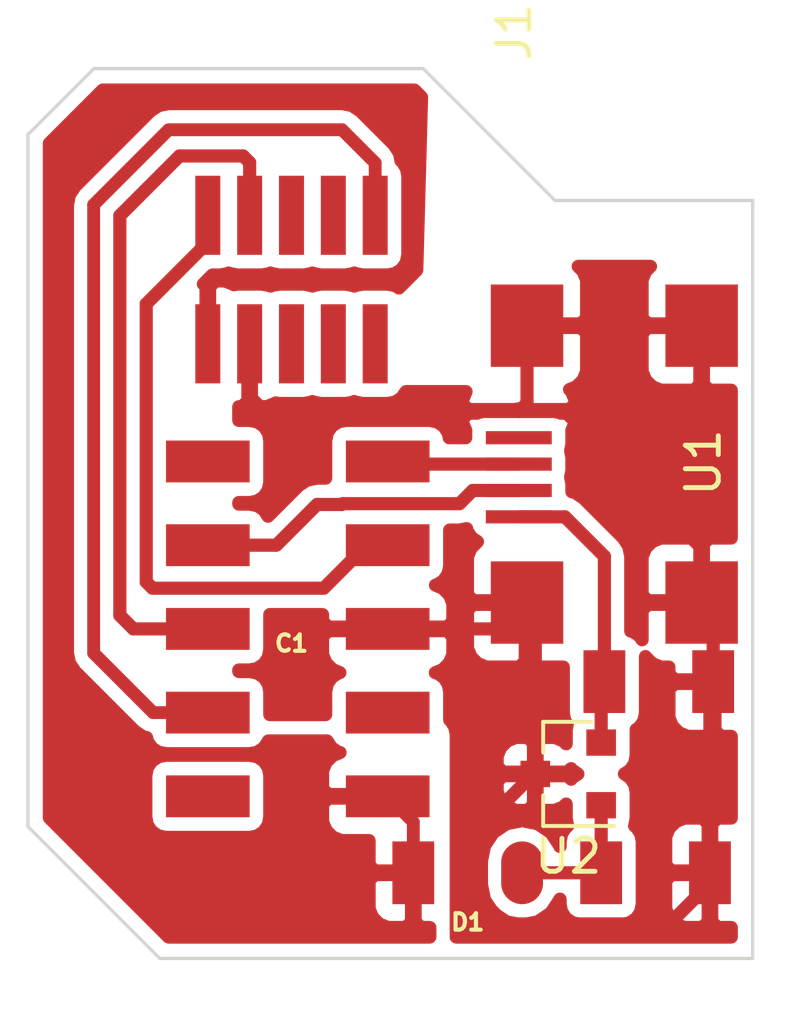
<source format=kicad_pcb>
(kicad_pcb (version 4) (host pcbnew 4.0.4-stable)

  (general
    (links 20)
    (no_connects 1)
    (area 90.825 80.642857 116.033334 112.000001)
    (thickness 1.6)
    (drawings 9)
    (tracks 65)
    (zones 0)
    (modules 7)
    (nets 14)
  )

  (page A4)
  (layers
    (0 F.Cu signal)
    (31 B.Cu signal)
    (32 B.Adhes user)
    (33 F.Adhes user)
    (34 B.Paste user)
    (35 F.Paste user)
    (36 B.SilkS user)
    (37 F.SilkS user)
    (38 B.Mask user)
    (39 F.Mask user)
    (40 Dwgs.User user)
    (41 Cmts.User user)
    (42 Eco1.User user)
    (43 Eco2.User user)
    (44 Edge.Cuts user)
    (45 Margin user)
    (46 B.CrtYd user)
    (47 F.CrtYd user)
    (48 B.Fab user)
    (49 F.Fab user)
  )

  (setup
    (last_trace_width 0.39)
    (user_trace_width 0.39)
    (user_trace_width 0.8)
    (trace_clearance 0.4)
    (zone_clearance 0.4)
    (zone_45_only no)
    (trace_min 0.2)
    (segment_width 0.2)
    (edge_width 0.1)
    (via_size 0.6)
    (via_drill 0.4)
    (via_min_size 0.4)
    (via_min_drill 0.3)
    (uvia_size 0.3)
    (uvia_drill 0.1)
    (uvias_allowed no)
    (uvia_min_size 0.2)
    (uvia_min_drill 0.1)
    (pcb_text_width 0.3)
    (pcb_text_size 1.5 1.5)
    (mod_edge_width 0.15)
    (mod_text_size 1 1)
    (mod_text_width 0.15)
    (pad_size 2.54 1.27)
    (pad_drill 0)
    (pad_to_mask_clearance 0)
    (aux_axis_origin 0 0)
    (visible_elements FFFFFF7F)
    (pcbplotparams
      (layerselection 0x00030_80000001)
      (usegerberextensions false)
      (excludeedgelayer true)
      (linewidth 0.100000)
      (plotframeref false)
      (viasonmask false)
      (mode 1)
      (useauxorigin false)
      (hpglpennumber 1)
      (hpglpenspeed 20)
      (hpglpendiameter 15)
      (hpglpenoverlay 2)
      (psnegative false)
      (psa4output false)
      (plotreference true)
      (plotvalue true)
      (plotinvisibletext false)
      (padsonsilk false)
      (subtractmaskfromsilk false)
      (outputformat 1)
      (mirror false)
      (drillshape 0)
      (scaleselection 1)
      (outputdirectory ""))
  )

  (net 0 "")
  (net 1 "Net-(C1-Pad1)")
  (net 2 "Net-(C1-Pad2)")
  (net 3 "Net-(C1-Pad3)")
  (net 4 "Net-(C1-Pad4)")
  (net 5 "Net-(C1-Pad5)")
  (net 6 "Net-(C1-Pad7)")
  (net 7 "Net-(C1-Pad8)")
  (net 8 "Net-(C1-Pad9)")
  (net 9 "Net-(C1-Pad6)")
  (net 10 +3V3)
  (net 11 "Net-(U1-Pad4)")
  (net 12 "Net-(C2-Pad1)")
  (net 13 "Net-(C3-Pad1)")

  (net_class Default "This is the default net class."
    (clearance 0.4)
    (trace_width 0.4)
    (via_dia 0.6)
    (via_drill 0.4)
    (uvia_dia 0.3)
    (uvia_drill 0.1)
    (add_net +3V3)
    (add_net "Net-(C1-Pad1)")
    (add_net "Net-(C1-Pad2)")
    (add_net "Net-(C1-Pad3)")
    (add_net "Net-(C1-Pad4)")
    (add_net "Net-(C1-Pad5)")
    (add_net "Net-(C1-Pad6)")
    (add_net "Net-(C1-Pad7)")
    (add_net "Net-(C1-Pad8)")
    (add_net "Net-(C1-Pad9)")
    (add_net "Net-(C2-Pad1)")
    (add_net "Net-(C3-Pad1)")
    (add_net "Net-(U1-Pad4)")
  )

  (module _Fab_Footprint:SMD-Header-5x2 (layer F.Cu) (tedit 58A7561B) (tstamp 58A756E2)
    (at 100 100)
    (path /58A75F2D)
    (fp_text reference C1 (at 0 0.44) (layer F.SilkS)
      (effects (font (size 0.5 0.5) (thickness 0.125)))
    )
    (fp_text value WM1386x10 (at 0 -4.25) (layer F.Fab)
      (effects (font (size 0.5 0.5) (thickness 0.125)))
    )
    (pad 1 smd rect (at -2.54 -5.08) (size 2.54 1.27) (layers F.Cu F.Paste F.Mask)
      (net 1 "Net-(C1-Pad1)"))
    (pad 2 smd rect (at 2.921 -5.08) (size 2.54 1.27) (layers F.Cu F.Paste F.Mask)
      (net 2 "Net-(C1-Pad2)"))
    (pad 3 smd rect (at -2.54 -2.54) (size 2.54 1.27) (layers F.Cu F.Paste F.Mask)
      (net 3 "Net-(C1-Pad3)"))
    (pad 4 smd rect (at 2.92 -2.54) (size 2.54 1.27) (layers F.Cu F.Paste F.Mask)
      (net 4 "Net-(C1-Pad4)"))
    (pad 5 smd rect (at -2.54 0) (size 2.54 1.27) (layers F.Cu F.Paste F.Mask)
      (net 5 "Net-(C1-Pad5)"))
    (pad 7 smd rect (at -2.54 2.54) (size 2.54 1.27) (layers F.Cu F.Paste F.Mask)
      (net 6 "Net-(C1-Pad7)"))
    (pad 8 smd rect (at 2.92 2.54) (size 2.54 1.27) (layers F.Cu F.Paste F.Mask)
      (net 7 "Net-(C1-Pad8)"))
    (pad 9 smd rect (at -2.54 5.08) (size 2.54 1.27) (layers F.Cu F.Paste F.Mask)
      (net 8 "Net-(C1-Pad9)"))
    (pad 6 smd rect (at 2.92 0) (size 2.54 1.27) (layers F.Cu F.Paste F.Mask)
      (net 9 "Net-(C1-Pad6)"))
    (pad 10 smd rect (at 2.921 5.08) (size 2.54 1.27) (layers F.Cu F.Paste F.Mask)
      (net 10 +3V3))
  )

  (module _Fab_Footprint:JTAGICE3-10p (layer F.Cu) (tedit 58657390) (tstamp 58A756F0)
    (at 100 89.4 90)
    (path /58A75DF2)
    (fp_text reference J1 (at 7.5 6.75 90) (layer F.SilkS)
      (effects (font (size 1 1) (thickness 0.15)))
    )
    (fp_text value JTAGICE3-10p (at -5.25 -8 90) (layer F.Fab)
      (effects (font (size 1 1) (thickness 0.15)))
    )
    (pad 1 smd rect (at -1.95 -2.54 90) (size 2.4 0.76) (layers F.Cu F.Paste F.Mask)
      (net 10 +3V3))
    (pad 2 smd rect (at 1.95 -2.54 90) (size 2.4 0.76) (layers F.Cu F.Paste F.Mask)
      (net 4 "Net-(C1-Pad4)"))
    (pad 3 smd rect (at -1.95 -1.27 90) (size 2.4 0.76) (layers F.Cu F.Paste F.Mask)
      (net 9 "Net-(C1-Pad6)"))
    (pad 4 smd rect (at 1.95 -1.27 90) (size 2.4 0.76) (layers F.Cu F.Paste F.Mask)
      (net 5 "Net-(C1-Pad5)"))
    (pad 5 smd rect (at -1.95 0 90) (size 2.4 0.76) (layers F.Cu F.Paste F.Mask))
    (pad 6 smd rect (at 1.95 0 90) (size 2.4 0.76) (layers F.Cu F.Paste F.Mask))
    (pad 7 smd rect (at -1.95 1.27 90) (size 2.4 0.76) (layers F.Cu F.Paste F.Mask))
    (pad 8 smd rect (at 1.95 1.27 90) (size 2.4 0.76) (layers F.Cu F.Paste F.Mask))
    (pad 9 smd rect (at -1.95 2.54 90) (size 2.4 0.76) (layers F.Cu F.Paste F.Mask))
    (pad 10 smd rect (at 1.95 2.54 90) (size 2.4 0.76) (layers F.Cu F.Paste F.Mask)
      (net 6 "Net-(C1-Pad7)"))
  )

  (module _Fab_Footprint:USBMINIB2.0 (layer F.Cu) (tedit 5865777E) (tstamp 58A756FD)
    (at 109.8 95 90)
    (path /58A75E1A)
    (fp_text reference U1 (at 0.05 2.7 90) (layer F.SilkS)
      (effects (font (size 1 1) (thickness 0.15)))
    )
    (fp_text value USB2 (at 0 -0.05 90) (layer F.Fab)
      (effects (font (size 1 1) (thickness 0.15)))
    )
    (pad 5 smd rect (at 1.6 -2.9 90) (size 0.4 2) (layers F.Cu F.Paste F.Mask)
      (net 9 "Net-(C1-Pad6)"))
    (pad 4 smd rect (at 0.8 -2.9 90) (size 0.4 2) (layers F.Cu F.Paste F.Mask)
      (net 11 "Net-(U1-Pad4)"))
    (pad 3 smd rect (at 0 -2.9 90) (size 0.4 2) (layers F.Cu F.Paste F.Mask)
      (net 2 "Net-(C1-Pad2)"))
    (pad 2 smd rect (at -0.8 -2.9 90) (size 0.4 2) (layers F.Cu F.Paste F.Mask)
      (net 3 "Net-(C1-Pad3)"))
    (pad 1 smd rect (at -1.6 -2.9 90) (size 0.4 2) (layers F.Cu F.Paste F.Mask)
      (net 12 "Net-(C2-Pad1)"))
    (pad 6 smd rect (at -4.2 -2.65 90) (size 2.5 2.2) (layers F.Cu F.Paste F.Mask)
      (net 9 "Net-(C1-Pad6)"))
    (pad 6 smd rect (at 4.2 -2.65 90) (size 2.5 2.2) (layers F.Cu F.Paste F.Mask)
      (net 9 "Net-(C1-Pad6)"))
    (pad 6 smd rect (at 4.2 2.65 90) (size 2.5 2.2) (layers F.Cu F.Paste F.Mask)
      (net 9 "Net-(C1-Pad6)"))
    (pad 6 smd rect (at -4.2 2.65 90) (size 2.5 2.2) (layers F.Cu F.Paste F.Mask)
      (net 9 "Net-(C1-Pad6)"))
  )

  (module _Fab_Footprint:CAP_1206_FAB (layer F.Cu) (tedit 58606E9C) (tstamp 58A75961)
    (at 111.149 101.6)
    (path /58A76128)
    (fp_text reference C2 (at 0 0 90) (layer F.Fab)
      (effects (font (size 0.5 0.5) (thickness 0.125)))
    )
    (fp_text value CAP (at 0 -1.5) (layer F.Fab)
      (effects (font (size 0.5 0.5) (thickness 0.125)))
    )
    (pad 2 smd rect (at 1.651 0) (size 1.27 1.905) (layers F.Cu F.Paste F.Mask)
      (net 9 "Net-(C1-Pad6)"))
    (pad 1 smd rect (at -1.651 0) (size 1.27 1.905) (layers F.Cu F.Paste F.Mask)
      (net 12 "Net-(C2-Pad1)"))
  )

  (module _Fab_Footprint:CAP_1206_FAB (layer F.Cu) (tedit 58606E9C) (tstamp 58A75967)
    (at 111.051 107.4)
    (path /58A76157)
    (fp_text reference C3 (at 0 0 90) (layer F.Fab)
      (effects (font (size 0.5 0.5) (thickness 0.125)))
    )
    (fp_text value CAP (at 0 -1.5) (layer F.Fab)
      (effects (font (size 0.5 0.5) (thickness 0.125)))
    )
    (pad 2 smd rect (at 1.651 0) (size 1.27 1.905) (layers F.Cu F.Paste F.Mask)
      (net 9 "Net-(C1-Pad6)"))
    (pad 1 smd rect (at -1.651 0) (size 1.27 1.905) (layers F.Cu F.Paste F.Mask)
      (net 13 "Net-(C3-Pad1)"))
  )

  (module _Fab_Footprint:LED_1206_FAB (layer F.Cu) (tedit 58755214) (tstamp 58A7596D)
    (at 105.349 107.4)
    (path /58A761B8)
    (fp_text reference D1 (at 0 1.5) (layer F.SilkS)
      (effects (font (size 0.5 0.5) (thickness 0.125)))
    )
    (fp_text value FabDiode (at 0 -1.5) (layer F.Fab)
      (effects (font (size 0.5 0.5) (thickness 0.125)))
    )
    (pad 2 smd oval (at 1.651 0) (size 1.27 1.905) (layers F.Cu F.Paste F.Mask)
      (net 13 "Net-(C3-Pad1)"))
    (pad 1 smd rect (at -1.651 0) (size 1.27 1.905) (layers F.Cu F.Paste F.Mask)
      (net 10 +3V3))
  )

  (module TO_SOT_Packages_SMD:SOT-23 (layer F.Cu) (tedit 5883B105) (tstamp 58A75981)
    (at 108.4 104.4 180)
    (descr "SOT-23, Standard")
    (tags SOT-23)
    (path /58A7617A)
    (attr smd)
    (fp_text reference U2 (at 0 -2.5 180) (layer F.SilkS)
      (effects (font (size 1 1) (thickness 0.15)))
    )
    (fp_text value VREG-SOT23 (at -2.4 4.8 180) (layer F.Fab)
      (effects (font (size 1 1) (thickness 0.15)))
    )
    (fp_line (start -0.7 -0.95) (end -0.7 1.5) (layer F.Fab) (width 0.1))
    (fp_line (start -0.15 -1.52) (end 0.7 -1.52) (layer F.Fab) (width 0.1))
    (fp_line (start -0.7 -0.95) (end -0.15 -1.52) (layer F.Fab) (width 0.1))
    (fp_line (start 0.7 -1.52) (end 0.7 1.52) (layer F.Fab) (width 0.1))
    (fp_line (start -0.7 1.52) (end 0.7 1.52) (layer F.Fab) (width 0.1))
    (fp_line (start 0.76 1.58) (end 0.76 0.65) (layer F.SilkS) (width 0.12))
    (fp_line (start 0.76 -1.58) (end 0.76 -0.65) (layer F.SilkS) (width 0.12))
    (fp_line (start -1.7 -1.75) (end 1.7 -1.75) (layer F.CrtYd) (width 0.05))
    (fp_line (start 1.7 -1.75) (end 1.7 1.75) (layer F.CrtYd) (width 0.05))
    (fp_line (start 1.7 1.75) (end -1.7 1.75) (layer F.CrtYd) (width 0.05))
    (fp_line (start -1.7 1.75) (end -1.7 -1.75) (layer F.CrtYd) (width 0.05))
    (fp_line (start 0.76 -1.58) (end -1.4 -1.58) (layer F.SilkS) (width 0.12))
    (fp_line (start 0.76 1.58) (end -0.7 1.58) (layer F.SilkS) (width 0.12))
    (pad 1 smd rect (at -1 -0.95 180) (size 0.9 0.8) (layers F.Cu F.Paste F.Mask)
      (net 13 "Net-(C3-Pad1)"))
    (pad 2 smd rect (at -1 0.95 180) (size 0.9 0.8) (layers F.Cu F.Paste F.Mask)
      (net 12 "Net-(C2-Pad1)"))
    (pad 3 smd rect (at 1 0 180) (size 0.9 0.8) (layers F.Cu F.Paste F.Mask)
      (net 9 "Net-(C1-Pad6)"))
    (model TO_SOT_Packages_SMD.3dshapes/SOT-23.wrl
      (at (xyz 0 0 0))
      (scale (xyz 1 1 1))
      (rotate (xyz 0 0 90))
    )
  )

  (gr_line (start 104 83) (end 108 87) (layer Edge.Cuts) (width 0.1))
  (gr_line (start 94 83) (end 104 83) (layer Edge.Cuts) (width 0.1))
  (gr_line (start 92 85) (end 94 83) (layer Edge.Cuts) (width 0.1))
  (gr_line (start 92 106) (end 92 85) (layer Edge.Cuts) (width 0.1))
  (gr_line (start 96 110) (end 92 106) (layer Edge.Cuts) (width 0.1))
  (gr_line (start 114 110) (end 96 110) (layer Edge.Cuts) (width 0.1))
  (gr_line (start 114 109.4) (end 114 110) (layer Edge.Cuts) (width 0.1))
  (gr_line (start 114 87) (end 114 109.4) (layer Edge.Cuts) (width 0.1))
  (gr_line (start 108 87) (end 114 87) (layer Edge.Cuts) (width 0.1))

  (segment (start 106.9 95) (end 103.001 95) (width 0.4) (layer F.Cu) (net 2))
  (segment (start 103.001 95) (end 102.921 94.92) (width 0.4) (layer F.Cu) (net 2))
  (segment (start 97.46 97.46) (end 99.54 97.46) (width 0.4) (layer F.Cu) (net 3))
  (segment (start 99.54 97.46) (end 100.775001 96.224999) (width 0.4) (layer F.Cu) (net 3))
  (segment (start 105.1 96.2) (end 105.5 95.8) (width 0.4) (layer F.Cu) (net 3))
  (segment (start 100.775001 96.224999) (end 101.529999 96.224999) (width 0.4) (layer F.Cu) (net 3))
  (segment (start 101.529999 96.224999) (end 101.554998 96.2) (width 0.4) (layer F.Cu) (net 3))
  (segment (start 101.554998 96.2) (end 105.1 96.2) (width 0.4) (layer F.Cu) (net 3))
  (segment (start 105.5 95.8) (end 106.9 95.8) (width 0.4) (layer F.Cu) (net 3))
  (segment (start 95.589999 90.140001) (end 95.589999 98.575001) (width 0.4) (layer F.Cu) (net 4))
  (segment (start 95.589999 98.575001) (end 95.779997 98.764999) (width 0.4) (layer F.Cu) (net 4))
  (segment (start 97.46 87.45) (end 97.46 88.27) (width 0.4) (layer F.Cu) (net 4))
  (segment (start 97.46 88.27) (end 95.589999 90.140001) (width 0.4) (layer F.Cu) (net 4))
  (segment (start 95.779997 98.764999) (end 100.980001 98.764999) (width 0.4) (layer F.Cu) (net 4))
  (segment (start 102.285 97.46) (end 102.92 97.46) (width 0.4) (layer F.Cu) (net 4))
  (segment (start 100.980001 98.764999) (end 102.285 97.46) (width 0.4) (layer F.Cu) (net 4))
  (segment (start 97.46 100) (end 95.2 100) (width 0.4) (layer F.Cu) (net 5))
  (segment (start 95.2 100) (end 94.789989 99.589989) (width 0.4) (layer F.Cu) (net 5))
  (segment (start 94.789989 99.589989) (end 94.789989 87.460009) (width 0.4) (layer F.Cu) (net 5))
  (segment (start 94.789989 87.460009) (end 96.599999 85.649999) (width 0.4) (layer F.Cu) (net 5))
  (segment (start 96.599999 85.649999) (end 98.529999 85.649999) (width 0.4) (layer F.Cu) (net 5))
  (segment (start 98.529999 85.649999) (end 98.73 85.85) (width 0.4) (layer F.Cu) (net 5))
  (segment (start 98.73 85.85) (end 98.73 87.45) (width 0.4) (layer F.Cu) (net 5))
  (segment (start 102.54 87.45) (end 102.54 85.86) (width 0.39) (layer F.Cu) (net 6))
  (segment (start 102.54 85.86) (end 101.534989 84.854989) (width 0.39) (layer F.Cu) (net 6))
  (segment (start 101.534989 84.854989) (end 96.270696 84.854989) (width 0.39) (layer F.Cu) (net 6))
  (segment (start 96.270696 84.854989) (end 93.994979 87.130706) (width 0.39) (layer F.Cu) (net 6))
  (segment (start 93.994979 87.130706) (end 93.994979 100.734979) (width 0.39) (layer F.Cu) (net 6))
  (segment (start 93.994979 100.734979) (end 95.8 102.54) (width 0.39) (layer F.Cu) (net 6))
  (segment (start 95.8 102.54) (end 97.46 102.54) (width 0.39) (layer F.Cu) (net 6))
  (segment (start 106.9 93.4) (end 108.3 93.4) (width 0.4) (layer F.Cu) (net 9))
  (segment (start 108.3 93.4) (end 112.45 97.55) (width 0.4) (layer F.Cu) (net 9))
  (segment (start 112.45 97.55) (end 112.45 99.2) (width 0.4) (layer F.Cu) (net 9))
  (segment (start 112.8 101.6) (end 112.8 99.55) (width 0.4) (layer F.Cu) (net 9))
  (segment (start 112.8 99.55) (end 112.45 99.2) (width 0.4) (layer F.Cu) (net 9))
  (segment (start 112.702 107.4) (end 112.702 101.698) (width 0.4) (layer F.Cu) (net 9))
  (segment (start 112.702 101.698) (end 112.8 101.6) (width 0.4) (layer F.Cu) (net 9))
  (segment (start 107.4 104.4) (end 107.35 104.4) (width 0.4) (layer F.Cu) (net 9))
  (segment (start 106.488434 108.952501) (end 111.466999 108.952501) (width 0.4) (layer F.Cu) (net 9))
  (segment (start 107.35 104.4) (end 105.76499 105.98501) (width 0.4) (layer F.Cu) (net 9))
  (segment (start 112.702 107.7175) (end 112.702 107.4) (width 0.4) (layer F.Cu) (net 9))
  (segment (start 105.76499 105.98501) (end 105.76499 108.229057) (width 0.4) (layer F.Cu) (net 9))
  (segment (start 105.76499 108.229057) (end 106.488434 108.952501) (width 0.4) (layer F.Cu) (net 9))
  (segment (start 111.466999 108.952501) (end 112.702 107.7175) (width 0.4) (layer F.Cu) (net 9))
  (segment (start 107.4 104.4) (end 107.4 99.45) (width 0.4) (layer F.Cu) (net 9))
  (segment (start 107.4 99.45) (end 107.15 99.2) (width 0.4) (layer F.Cu) (net 9))
  (segment (start 112.45 90.8) (end 107.15 90.8) (width 0.4) (layer F.Cu) (net 9))
  (segment (start 107.15 90.8) (end 107.15 93.15) (width 0.4) (layer F.Cu) (net 9))
  (segment (start 107.15 93.15) (end 106.9 93.4) (width 0.4) (layer F.Cu) (net 9))
  (segment (start 98.73 91.35) (end 98.73 92.95) (width 0.4) (layer F.Cu) (net 9))
  (segment (start 98.73 92.95) (end 99.18 93.4) (width 0.4) (layer F.Cu) (net 9))
  (segment (start 99.18 93.4) (end 105.5 93.4) (width 0.4) (layer F.Cu) (net 9))
  (segment (start 105.5 93.4) (end 106.9 93.4) (width 0.4) (layer F.Cu) (net 9))
  (segment (start 102.92 100) (end 106.35 100) (width 0.4) (layer F.Cu) (net 9))
  (segment (start 106.35 100) (end 107.15 99.2) (width 0.4) (layer F.Cu) (net 9))
  (segment (start 103.698 107.4) (end 103.698 105.857) (width 0.39) (layer F.Cu) (net 10))
  (segment (start 103.698 105.857) (end 102.921 105.08) (width 0.39) (layer F.Cu) (net 10))
  (segment (start 109.4 103.45) (end 109.4 101.698) (width 0.4) (layer F.Cu) (net 12))
  (segment (start 109.4 101.698) (end 109.498 101.6) (width 0.4) (layer F.Cu) (net 12))
  (segment (start 106.9 96.6) (end 108.3 96.6) (width 0.4) (layer F.Cu) (net 12))
  (segment (start 108.3 96.6) (end 109.498 97.798) (width 0.4) (layer F.Cu) (net 12))
  (segment (start 109.498 97.798) (end 109.498 100.2475) (width 0.4) (layer F.Cu) (net 12))
  (segment (start 109.498 100.2475) (end 109.498 101.6) (width 0.4) (layer F.Cu) (net 12))
  (segment (start 109.4 107.4) (end 107 107.4) (width 0.4) (layer F.Cu) (net 13))
  (segment (start 109.4 105.35) (end 109.4 107.4) (width 0.4) (layer F.Cu) (net 13))

  (zone (net 10) (net_name +3V3) (layer F.Cu) (tstamp 0) (hatch edge 0.508)
    (priority 1)
    (connect_pads (clearance 0.4))
    (min_thickness 0.4)
    (fill yes (arc_segments 16) (thermal_gap 0.508) (thermal_bridge_width 0.508))
    (polygon
      (pts
        (xy 97 92.6) (xy 98 92.6) (xy 98 90) (xy 103.2 90) (xy 104 89.2)
        (xy 104.2 82) (xy 91.6 82) (xy 91.4 112) (xy 104.4 112) (xy 104.4 103.2)
        (xy 97 103.2)
      )
    )
    (filled_polygon
      (pts
        (xy 103.948053 83.867291) (xy 103.802287 89.114871) (xy 103.260609 89.656549) (xy 103.158007 89.586444) (xy 102.92 89.538246)
        (xy 102.16 89.538246) (xy 101.937654 89.580083) (xy 101.907292 89.599621) (xy 101.888007 89.586444) (xy 101.65 89.538246)
        (xy 100.89 89.538246) (xy 100.667654 89.580083) (xy 100.637292 89.599621) (xy 100.618007 89.586444) (xy 100.38 89.538246)
        (xy 99.62 89.538246) (xy 99.397654 89.580083) (xy 99.367292 89.599621) (xy 99.348007 89.586444) (xy 99.11 89.538246)
        (xy 98.35 89.538246) (xy 98.24859 89.557327) (xy 98.24105 89.549787) (xy 97.98083 89.442) (xy 97.691 89.442)
        (xy 97.514 89.619) (xy 97.514 91.296) (xy 97.534 91.296) (xy 97.534 91.404) (xy 97.514 91.404)
        (xy 97.514 91.424) (xy 97.406 91.424) (xy 97.406 91.404) (xy 97.386 91.404) (xy 97.386 91.296)
        (xy 97.406 91.296) (xy 97.406 89.619) (xy 97.324185 89.537185) (xy 97.599617 89.261754) (xy 97.84 89.261754)
        (xy 98.062346 89.219917) (xy 98.092708 89.200379) (xy 98.111993 89.213556) (xy 98.35 89.261754) (xy 99.11 89.261754)
        (xy 99.332346 89.219917) (xy 99.362708 89.200379) (xy 99.381993 89.213556) (xy 99.62 89.261754) (xy 100.38 89.261754)
        (xy 100.602346 89.219917) (xy 100.632708 89.200379) (xy 100.651993 89.213556) (xy 100.89 89.261754) (xy 101.65 89.261754)
        (xy 101.872346 89.219917) (xy 101.902708 89.200379) (xy 101.921993 89.213556) (xy 102.16 89.261754) (xy 102.92 89.261754)
        (xy 103.142346 89.219917) (xy 103.346558 89.08851) (xy 103.483556 88.888007) (xy 103.531754 88.65) (xy 103.531754 86.25)
        (xy 103.489917 86.027654) (xy 103.35851 85.823442) (xy 103.322887 85.799101) (xy 103.274484 85.555766) (xy 103.10215 85.29785)
        (xy 102.097139 84.292839) (xy 101.839222 84.120505) (xy 101.534989 84.059989) (xy 96.270696 84.059989) (xy 95.966463 84.120505)
        (xy 95.708546 84.292839) (xy 93.432829 86.568556) (xy 93.260495 86.826473) (xy 93.199979 87.130706) (xy 93.199979 100.734979)
        (xy 93.260495 101.039212) (xy 93.432829 101.297129) (xy 95.23785 103.10215) (xy 95.495766 103.274484) (xy 95.6009 103.295396)
        (xy 95.620083 103.397346) (xy 95.75149 103.601558) (xy 95.951993 103.738556) (xy 96.19 103.786754) (xy 98.73 103.786754)
        (xy 98.952346 103.744917) (xy 99.156558 103.61351) (xy 99.293556 103.413007) (xy 99.29619 103.4) (xy 101.081791 103.4)
        (xy 101.21149 103.601558) (xy 101.411993 103.738556) (xy 101.47541 103.751398) (xy 101.24995 103.844787) (xy 101.050787 104.04395)
        (xy 100.943 104.30417) (xy 100.943 104.849) (xy 101.12 105.026) (xy 102.867 105.026) (xy 102.867 105.006)
        (xy 102.975 105.006) (xy 102.975 105.026) (xy 102.995 105.026) (xy 102.995 105.134) (xy 102.975 105.134)
        (xy 102.975 105.154) (xy 102.867 105.154) (xy 102.867 105.134) (xy 101.12 105.134) (xy 100.943 105.311)
        (xy 100.943 105.85583) (xy 101.050787 106.11605) (xy 101.24995 106.315213) (xy 101.51017 106.423) (xy 102.355 106.423)
        (xy 102.355 107.169) (xy 102.532 107.346) (xy 103.644 107.346) (xy 103.644 107.326) (xy 103.752 107.326)
        (xy 103.752 107.346) (xy 103.772 107.346) (xy 103.772 107.454) (xy 103.752 107.454) (xy 103.752 108.8835)
        (xy 103.929 109.0605) (xy 104.2 109.0605) (xy 104.2 109.35) (xy 96.269239 109.35) (xy 94.550239 107.631)
        (xy 102.355 107.631) (xy 102.355 108.49333) (xy 102.462787 108.75355) (xy 102.66195 108.952713) (xy 102.92217 109.0605)
        (xy 103.467 109.0605) (xy 103.644 108.8835) (xy 103.644 107.454) (xy 102.532 107.454) (xy 102.355 107.631)
        (xy 94.550239 107.631) (xy 92.65 105.730762) (xy 92.65 104.445) (xy 95.578246 104.445) (xy 95.578246 105.715)
        (xy 95.620083 105.937346) (xy 95.75149 106.141558) (xy 95.951993 106.278556) (xy 96.19 106.326754) (xy 98.73 106.326754)
        (xy 98.952346 106.284917) (xy 99.156558 106.15351) (xy 99.293556 105.953007) (xy 99.341754 105.715) (xy 99.341754 104.445)
        (xy 99.299917 104.222654) (xy 99.16851 104.018442) (xy 98.968007 103.881444) (xy 98.73 103.833246) (xy 96.19 103.833246)
        (xy 95.967654 103.875083) (xy 95.763442 104.00649) (xy 95.626444 104.206993) (xy 95.578246 104.445) (xy 92.65 104.445)
        (xy 92.65 85.269238) (xy 94.269238 83.65) (xy 103.730762 83.65)
      )
    )
  )
  (zone (net 9) (net_name "Net-(C1-Pad6)") (layer F.Cu) (tstamp 0) (hatch edge 0.508)
    (connect_pads (clearance 0.4))
    (min_thickness 0.4)
    (fill yes (arc_segments 16) (thermal_gap 0.508) (thermal_bridge_width 0.508))
    (polygon
      (pts
        (xy 98.2 92.6) (xy 98.2 90) (xy 99.2 90) (xy 99.2 92.6) (xy 105.4 92.6)
        (xy 105.4 88.8) (xy 114.8 88.8) (xy 114.8 112) (xy 98.2 112)
      )
    )
    (filled_polygon
      (pts
        (xy 105.330083 97.022346) (xy 105.46149 97.226558) (xy 105.646064 97.352673) (xy 105.449787 97.54895) (xy 105.342 97.80917)
        (xy 105.342 98.969) (xy 105.519 99.146) (xy 107.096 99.146) (xy 107.096 99.126) (xy 107.204 99.126)
        (xy 107.204 99.146) (xy 107.224 99.146) (xy 107.224 99.254) (xy 107.204 99.254) (xy 107.204 100.981)
        (xy 107.381 101.158) (xy 108.251246 101.158) (xy 108.251246 102.5525) (xy 108.293083 102.774846) (xy 108.369818 102.894095)
        (xy 108.338246 103.05) (xy 108.338246 103.486983) (xy 108.25105 103.399787) (xy 107.99083 103.292) (xy 107.631 103.292)
        (xy 107.454 103.469) (xy 107.454 104.346) (xy 108.381 104.346) (xy 108.487587 104.239413) (xy 108.51149 104.276558)
        (xy 108.694359 104.401507) (xy 108.523442 104.51149) (xy 108.488958 104.561958) (xy 108.381 104.454) (xy 107.454 104.454)
        (xy 107.454 105.331) (xy 107.631 105.508) (xy 107.99083 105.508) (xy 108.25105 105.400213) (xy 108.338246 105.313017)
        (xy 108.338246 105.75) (xy 108.380083 105.972346) (xy 108.384565 105.979311) (xy 108.338442 106.00899) (xy 108.201444 106.209493)
        (xy 108.153246 106.4475) (xy 108.153246 106.6) (xy 108.145074 106.6) (xy 108.140991 106.579471) (xy 107.873277 106.178808)
        (xy 107.472614 105.911094) (xy 107 105.817085) (xy 106.527386 105.911094) (xy 106.126723 106.178808) (xy 105.859009 106.579471)
        (xy 105.765 107.052085) (xy 105.765 107.747915) (xy 105.859009 108.220529) (xy 106.126723 108.621192) (xy 106.527386 108.888906)
        (xy 107 108.982915) (xy 107.472614 108.888906) (xy 107.873277 108.621192) (xy 108.140991 108.220529) (xy 108.145074 108.2)
        (xy 108.153246 108.2) (xy 108.153246 108.3525) (xy 108.195083 108.574846) (xy 108.32649 108.779058) (xy 108.526993 108.916056)
        (xy 108.765 108.964254) (xy 110.035 108.964254) (xy 110.257346 108.922417) (xy 110.461558 108.79101) (xy 110.598556 108.590507)
        (xy 110.646754 108.3525) (xy 110.646754 107.631) (xy 111.359 107.631) (xy 111.359 108.49333) (xy 111.466787 108.75355)
        (xy 111.66595 108.952713) (xy 111.92617 109.0605) (xy 112.471 109.0605) (xy 112.648 108.8835) (xy 112.648 107.454)
        (xy 111.536 107.454) (xy 111.359 107.631) (xy 110.646754 107.631) (xy 110.646754 106.4475) (xy 110.620256 106.30667)
        (xy 111.359 106.30667) (xy 111.359 107.169) (xy 111.536 107.346) (xy 112.648 107.346) (xy 112.648 105.9165)
        (xy 112.471 105.7395) (xy 111.92617 105.7395) (xy 111.66595 105.847287) (xy 111.466787 106.04645) (xy 111.359 106.30667)
        (xy 110.620256 106.30667) (xy 110.604917 106.225154) (xy 110.47351 106.020942) (xy 110.414984 105.980953) (xy 110.461754 105.75)
        (xy 110.461754 104.95) (xy 110.419917 104.727654) (xy 110.28851 104.523442) (xy 110.105641 104.398493) (xy 110.276558 104.28851)
        (xy 110.413556 104.088007) (xy 110.461754 103.85) (xy 110.461754 103.053945) (xy 110.559558 102.99101) (xy 110.696556 102.790507)
        (xy 110.744754 102.5525) (xy 110.744754 101.831) (xy 111.457 101.831) (xy 111.457 102.69333) (xy 111.564787 102.95355)
        (xy 111.76395 103.152713) (xy 112.02417 103.2605) (xy 112.569 103.2605) (xy 112.746 103.0835) (xy 112.746 101.654)
        (xy 111.634 101.654) (xy 111.457 101.831) (xy 110.744754 101.831) (xy 110.744754 100.838899) (xy 110.749787 100.85105)
        (xy 110.94895 101.050213) (xy 111.20917 101.158) (xy 111.457 101.158) (xy 111.457 101.369) (xy 111.634 101.546)
        (xy 112.746 101.546) (xy 112.746 101.526) (xy 112.854 101.526) (xy 112.854 101.546) (xy 112.874 101.546)
        (xy 112.874 101.654) (xy 112.854 101.654) (xy 112.854 103.0835) (xy 113.031 103.2605) (xy 113.35 103.2605)
        (xy 113.35 105.7395) (xy 112.933 105.7395) (xy 112.756 105.9165) (xy 112.756 107.346) (xy 112.776 107.346)
        (xy 112.776 107.454) (xy 112.756 107.454) (xy 112.756 108.8835) (xy 112.933 109.0605) (xy 113.35 109.0605)
        (xy 113.35 109.35) (xy 105 109.35) (xy 105 104.631) (xy 106.242 104.631) (xy 106.242 104.94083)
        (xy 106.349787 105.20105) (xy 106.54895 105.400213) (xy 106.80917 105.508) (xy 107.169 105.508) (xy 107.346 105.331)
        (xy 107.346 104.454) (xy 106.419 104.454) (xy 106.242 104.631) (xy 105 104.631) (xy 105 103.85917)
        (xy 106.242 103.85917) (xy 106.242 104.169) (xy 106.419 104.346) (xy 107.346 104.346) (xy 107.346 103.469)
        (xy 107.169 103.292) (xy 106.80917 103.292) (xy 106.54895 103.399787) (xy 106.349787 103.59895) (xy 106.242 103.85917)
        (xy 105 103.85917) (xy 105 103.2) (xy 104.958967 102.981926) (xy 104.830085 102.781637) (xy 104.801754 102.762279)
        (xy 104.801754 101.905) (xy 104.759917 101.682654) (xy 104.62851 101.478442) (xy 104.428007 101.341444) (xy 104.365262 101.328738)
        (xy 104.59105 101.235213) (xy 104.790213 101.03605) (xy 104.898 100.77583) (xy 104.898 100.231) (xy 104.721 100.054)
        (xy 102.974 100.054) (xy 102.974 100.074) (xy 102.866 100.074) (xy 102.866 100.054) (xy 101.119 100.054)
        (xy 100.942 100.231) (xy 100.942 100.77583) (xy 101.049787 101.03605) (xy 101.24895 101.235213) (xy 101.470564 101.327009)
        (xy 101.427654 101.335083) (xy 101.223442 101.46649) (xy 101.086444 101.666993) (xy 101.038246 101.905) (xy 101.038246 102.6)
        (xy 99.341754 102.6) (xy 99.341754 101.905) (xy 99.299917 101.682654) (xy 99.16851 101.478442) (xy 98.968007 101.341444)
        (xy 98.73 101.293246) (xy 98.4 101.293246) (xy 98.4 101.246754) (xy 98.73 101.246754) (xy 98.952346 101.204917)
        (xy 99.156558 101.07351) (xy 99.293556 100.873007) (xy 99.341754 100.635) (xy 99.341754 99.564999) (xy 100.942 99.564999)
        (xy 100.942 99.769) (xy 101.119 99.946) (xy 102.866 99.946) (xy 102.866 99.926) (xy 102.974 99.926)
        (xy 102.974 99.946) (xy 104.721 99.946) (xy 104.898 99.769) (xy 104.898 99.431) (xy 105.342 99.431)
        (xy 105.342 100.59083) (xy 105.449787 100.85105) (xy 105.64895 101.050213) (xy 105.90917 101.158) (xy 106.919 101.158)
        (xy 107.096 100.981) (xy 107.096 99.254) (xy 105.519 99.254) (xy 105.342 99.431) (xy 104.898 99.431)
        (xy 104.898 99.22417) (xy 104.790213 98.96395) (xy 104.59105 98.764787) (xy 104.369436 98.672991) (xy 104.412346 98.664917)
        (xy 104.616558 98.53351) (xy 104.753556 98.333007) (xy 104.801754 98.095) (xy 104.801754 97) (xy 105.1 97)
        (xy 105.317729 96.956691)
      )
    )
    (filled_polygon
      (pts
        (xy 110.749787 89.14895) (xy 110.642 89.40917) (xy 110.642 90.569) (xy 110.819 90.746) (xy 112.396 90.746)
        (xy 112.396 90.726) (xy 112.504 90.726) (xy 112.504 90.746) (xy 112.524 90.746) (xy 112.524 90.854)
        (xy 112.504 90.854) (xy 112.504 92.581) (xy 112.681 92.758) (xy 113.35 92.758) (xy 113.35 97.242)
        (xy 112.681 97.242) (xy 112.504 97.419) (xy 112.504 99.146) (xy 112.524 99.146) (xy 112.524 99.254)
        (xy 112.504 99.254) (xy 112.504 99.274) (xy 112.396 99.274) (xy 112.396 99.254) (xy 110.819 99.254)
        (xy 110.642 99.431) (xy 110.642 100.330486) (xy 110.57151 100.220942) (xy 110.371007 100.083944) (xy 110.298 100.06916)
        (xy 110.298 97.80917) (xy 110.642 97.80917) (xy 110.642 98.969) (xy 110.819 99.146) (xy 112.396 99.146)
        (xy 112.396 97.419) (xy 112.219 97.242) (xy 111.20917 97.242) (xy 110.94895 97.349787) (xy 110.749787 97.54895)
        (xy 110.642 97.80917) (xy 110.298 97.80917) (xy 110.298 97.798) (xy 110.237104 97.491853) (xy 110.183583 97.411754)
        (xy 110.063686 97.232315) (xy 108.865685 96.034315) (xy 108.606147 95.860896) (xy 108.511754 95.84212) (xy 108.511754 95.6)
        (xy 108.47274 95.392656) (xy 108.511754 95.2) (xy 108.511754 94.8) (xy 108.47274 94.592656) (xy 108.511754 94.4)
        (xy 108.511754 94) (xy 108.508285 93.981563) (xy 108.608 93.74083) (xy 108.608 93.631) (xy 108.431 93.454)
        (xy 108.163701 93.454) (xy 108.138007 93.436444) (xy 107.9 93.388246) (xy 105.9 93.388246) (xy 105.677654 93.430083)
        (xy 105.640486 93.454) (xy 105.369 93.454) (xy 105.192 93.631) (xy 105.192 93.74083) (xy 105.291893 93.981992)
        (xy 105.288246 94) (xy 105.288246 94.2) (xy 104.78676 94.2) (xy 104.760917 94.062654) (xy 104.62951 93.858442)
        (xy 104.429007 93.721444) (xy 104.191 93.673246) (xy 101.651 93.673246) (xy 101.428654 93.715083) (xy 101.224442 93.84649)
        (xy 101.087444 94.046993) (xy 101.039246 94.285) (xy 101.039246 95.424999) (xy 100.775001 95.424999) (xy 100.46991 95.485685)
        (xy 100.468854 95.485895) (xy 100.209315 95.659314) (xy 99.286628 96.582002) (xy 99.16851 96.398442) (xy 98.968007 96.261444)
        (xy 98.73 96.213246) (xy 98.4 96.213246) (xy 98.4 96.166754) (xy 98.73 96.166754) (xy 98.952346 96.124917)
        (xy 99.156558 95.99351) (xy 99.293556 95.793007) (xy 99.341754 95.555) (xy 99.341754 94.285) (xy 99.299917 94.062654)
        (xy 99.16851 93.858442) (xy 98.968007 93.721444) (xy 98.73 93.673246) (xy 98.4 93.673246) (xy 98.4 93.258)
        (xy 98.499 93.258) (xy 98.676 93.081) (xy 98.676 91.404) (xy 98.656 91.404) (xy 98.656 91.296)
        (xy 98.676 91.296) (xy 98.676 91.276) (xy 98.784 91.276) (xy 98.784 91.296) (xy 98.804 91.296)
        (xy 98.804 91.404) (xy 98.784 91.404) (xy 98.784 93.081) (xy 98.961 93.258) (xy 99.25083 93.258)
        (xy 99.51105 93.150213) (xy 99.5198 93.141463) (xy 99.62 93.161754) (xy 100.38 93.161754) (xy 100.602346 93.119917)
        (xy 100.632708 93.100379) (xy 100.651993 93.113556) (xy 100.89 93.161754) (xy 101.65 93.161754) (xy 101.872346 93.119917)
        (xy 101.902708 93.100379) (xy 101.921993 93.113556) (xy 102.16 93.161754) (xy 102.92 93.161754) (xy 103.142346 93.119917)
        (xy 103.346558 92.98851) (xy 103.475362 92.8) (xy 105.299352 92.8) (xy 105.192 93.05917) (xy 105.192 93.169)
        (xy 105.369 93.346) (xy 106.846 93.346) (xy 106.846 93.326) (xy 106.954 93.326) (xy 106.954 93.346)
        (xy 108.431 93.346) (xy 108.608 93.169) (xy 108.608 93.05917) (xy 108.500213 92.79895) (xy 108.439219 92.737956)
        (xy 108.65105 92.650213) (xy 108.850213 92.45105) (xy 108.958 92.19083) (xy 108.958 91.031) (xy 110.642 91.031)
        (xy 110.642 92.19083) (xy 110.749787 92.45105) (xy 110.94895 92.650213) (xy 111.20917 92.758) (xy 112.219 92.758)
        (xy 112.396 92.581) (xy 112.396 90.854) (xy 110.819 90.854) (xy 110.642 91.031) (xy 108.958 91.031)
        (xy 108.781 90.854) (xy 107.204 90.854) (xy 107.204 90.874) (xy 107.096 90.874) (xy 107.096 90.854)
        (xy 107.076 90.854) (xy 107.076 90.746) (xy 107.096 90.746) (xy 107.096 90.726) (xy 107.204 90.726)
        (xy 107.204 90.746) (xy 108.781 90.746) (xy 108.958 90.569) (xy 108.958 89.40917) (xy 108.850213 89.14895)
        (xy 108.701263 89) (xy 110.898737 89)
      )
    )
  )
)

</source>
